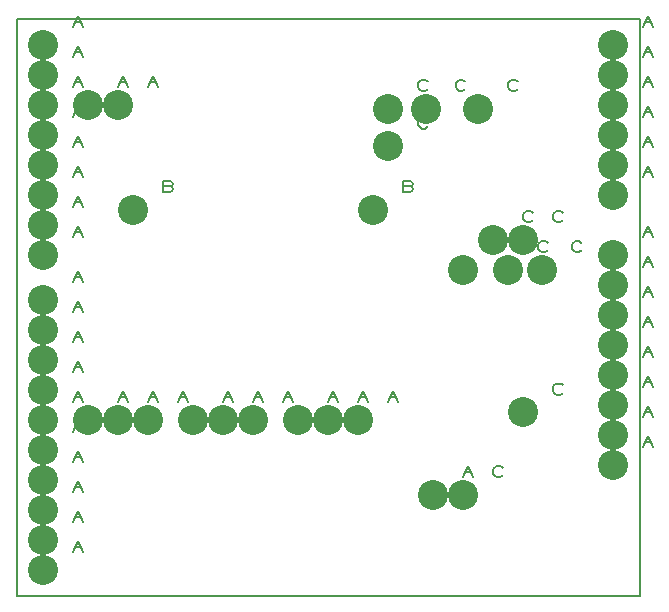
<source format=gbr>
%FSLAX23Y23*%
%MOIN*%
G04 EasyPC Gerber Version 18.0.1 Build 3581 *
%ADD11C,0.00787*%
%ADD10C,0.00800*%
%ADD80C,0.10000*%
X0Y0D02*
D02*
D10*
X417Y924D02*
X2492D01*
Y2849*
X417*
Y924*
D02*
D11*
X604Y1071D02*
X620Y1108D01*
X635Y1071*
X610Y1087D02*
X629D01*
X604Y1171D02*
X620Y1208D01*
X635Y1171*
X610Y1187D02*
X629D01*
X604Y1271D02*
X620Y1308D01*
X635Y1271*
X610Y1287D02*
X629D01*
X604Y1371D02*
X620Y1408D01*
X635Y1371*
X610Y1387D02*
X629D01*
X604Y1471D02*
X620Y1508D01*
X635Y1471*
X610Y1487D02*
X629D01*
X604Y1571D02*
X620Y1608D01*
X635Y1571*
X610Y1587D02*
X629D01*
X604Y1671D02*
X620Y1708D01*
X635Y1671*
X610Y1687D02*
X629D01*
X604Y1771D02*
X620Y1808D01*
X635Y1771*
X610Y1787D02*
X629D01*
X604Y1871D02*
X620Y1908D01*
X635Y1871*
X610Y1887D02*
X629D01*
X604Y1971D02*
X620Y2008D01*
X635Y1971*
X610Y1987D02*
X629D01*
X604Y2121D02*
X620Y2158D01*
X635Y2121*
X610Y2137D02*
X629D01*
X604Y2221D02*
X620Y2258D01*
X635Y2221*
X610Y2237D02*
X629D01*
X604Y2321D02*
X620Y2358D01*
X635Y2321*
X610Y2337D02*
X629D01*
X604Y2421D02*
X620Y2458D01*
X635Y2421*
X610Y2437D02*
X629D01*
X604Y2521D02*
X620Y2558D01*
X635Y2521*
X610Y2537D02*
X629D01*
X604Y2621D02*
X620Y2658D01*
X635Y2621*
X610Y2637D02*
X629D01*
X604Y2721D02*
X620Y2758D01*
X635Y2721*
X610Y2737D02*
X629D01*
X604Y2821D02*
X620Y2858D01*
X635Y2821*
X610Y2837D02*
X629D01*
X754Y1571D02*
X770Y1608D01*
X785Y1571*
X760Y1587D02*
X779D01*
X754Y2621D02*
X770Y2658D01*
X785Y2621*
X760Y2637D02*
X779D01*
X854Y1571D02*
X870Y1608D01*
X885Y1571*
X860Y1587D02*
X879D01*
X854Y2621D02*
X870Y2658D01*
X885Y2621*
X860Y2637D02*
X879D01*
X926Y2290D02*
X932Y2287D01*
X935Y2280*
X932Y2274*
X926Y2271*
X904*
Y2308*
X926*
X932Y2305*
X935Y2299*
X932Y2293*
X926Y2290*
X904*
X954Y1571D02*
X970Y1608D01*
X985Y1571*
X960Y1587D02*
X979D01*
X1104Y1571D02*
X1120Y1608D01*
X1135Y1571*
X1110Y1587D02*
X1129D01*
X1204Y1571D02*
X1220Y1608D01*
X1235Y1571*
X1210Y1587D02*
X1229D01*
X1304Y1571D02*
X1320Y1608D01*
X1335Y1571*
X1310Y1587D02*
X1329D01*
X1454Y1571D02*
X1470Y1608D01*
X1485Y1571*
X1460Y1587D02*
X1479D01*
X1554Y1571D02*
X1570Y1608D01*
X1585Y1571*
X1560Y1587D02*
X1579D01*
X1654Y1571D02*
X1670Y1608D01*
X1685Y1571*
X1660Y1587D02*
X1679D01*
X1726Y2290D02*
X1732Y2287D01*
X1735Y2280*
X1732Y2274*
X1726Y2271*
X1704*
Y2308*
X1726*
X1732Y2305*
X1735Y2299*
X1732Y2293*
X1726Y2290*
X1704*
X1785Y2490D02*
X1782Y2487D01*
X1776Y2483*
X1766*
X1760Y2487*
X1757Y2490*
X1754Y2496*
Y2508*
X1757Y2515*
X1760Y2518*
X1766Y2521*
X1776*
X1782Y2518*
X1785Y2515*
Y2615D02*
X1782Y2612D01*
X1776Y2608*
X1766*
X1760Y2612*
X1757Y2615*
X1754Y2621*
Y2633*
X1757Y2640*
X1760Y2643*
X1766Y2646*
X1776*
X1782Y2643*
X1785Y2640*
X1910Y2615D02*
X1907Y2612D01*
X1901Y2608*
X1891*
X1885Y2612*
X1882Y2615*
X1879Y2621*
Y2633*
X1882Y2640*
X1885Y2643*
X1891Y2646*
X1901*
X1907Y2643*
X1910Y2640*
X1904Y1321D02*
X1920Y1358D01*
X1935Y1321*
X1910Y1337D02*
X1929D01*
X2035Y1327D02*
X2032Y1324D01*
X2026Y1321*
X2017*
X2010Y1324*
X2007Y1327*
X2004Y1333*
Y1346*
X2007Y1352*
X2010Y1355*
X2017Y1358*
X2026*
X2032Y1355*
X2035Y1352*
Y2077D02*
X2032Y2074D01*
X2026Y2071*
X2017*
X2010Y2074*
X2007Y2077*
X2004Y2083*
Y2096*
X2007Y2102*
X2010Y2105*
X2017Y2108*
X2026*
X2032Y2105*
X2035Y2102*
X2085Y2615D02*
X2082Y2612D01*
X2076Y2608*
X2067*
X2060Y2612*
X2057Y2615*
X2054Y2621*
Y2633*
X2057Y2640*
X2060Y2643*
X2067Y2646*
X2076*
X2082Y2643*
X2085Y2640*
X2135Y2177D02*
X2132Y2174D01*
X2126Y2171*
X2117*
X2110Y2174*
X2107Y2177*
X2104Y2183*
Y2196*
X2107Y2202*
X2110Y2205*
X2117Y2208*
X2126*
X2132Y2205*
X2135Y2202*
X2185Y2077D02*
X2182Y2074D01*
X2176Y2071*
X2167*
X2160Y2074*
X2157Y2077*
X2154Y2083*
Y2096*
X2157Y2102*
X2160Y2105*
X2167Y2108*
X2176*
X2182Y2105*
X2185Y2102*
X2235Y1602D02*
X2232Y1599D01*
X2226Y1596*
X2217*
X2210Y1599*
X2207Y1602*
X2204Y1608*
Y1621*
X2207Y1627*
X2210Y1630*
X2217Y1633*
X2226*
X2232Y1630*
X2235Y1627*
Y2177D02*
X2232Y2174D01*
X2226Y2171*
X2217*
X2210Y2174*
X2207Y2177*
X2204Y2183*
Y2196*
X2207Y2202*
X2210Y2205*
X2217Y2208*
X2226*
X2232Y2205*
X2235Y2202*
X2298Y2077D02*
X2295Y2074D01*
X2288Y2071*
X2279*
X2273Y2074*
X2270Y2077*
X2267Y2083*
Y2096*
X2270Y2102*
X2273Y2105*
X2279Y2108*
X2288*
X2295Y2105*
X2298Y2102*
X2504Y1421D02*
X2520Y1458D01*
X2535Y1421*
X2510Y1437D02*
X2529D01*
X2504Y1521D02*
X2520Y1558D01*
X2535Y1521*
X2510Y1537D02*
X2529D01*
X2504Y1621D02*
X2520Y1658D01*
X2535Y1621*
X2510Y1637D02*
X2529D01*
X2504Y1721D02*
X2520Y1758D01*
X2535Y1721*
X2510Y1737D02*
X2529D01*
X2504Y1821D02*
X2520Y1858D01*
X2535Y1821*
X2510Y1837D02*
X2529D01*
X2504Y1921D02*
X2520Y1958D01*
X2535Y1921*
X2510Y1937D02*
X2529D01*
X2504Y2021D02*
X2520Y2058D01*
X2535Y2021*
X2510Y2037D02*
X2529D01*
X2504Y2121D02*
X2520Y2158D01*
X2535Y2121*
X2510Y2137D02*
X2529D01*
X2504Y2321D02*
X2520Y2358D01*
X2535Y2321*
X2510Y2337D02*
X2529D01*
X2504Y2421D02*
X2520Y2458D01*
X2535Y2421*
X2510Y2437D02*
X2529D01*
X2504Y2521D02*
X2520Y2558D01*
X2535Y2521*
X2510Y2537D02*
X2529D01*
X2504Y2621D02*
X2520Y2658D01*
X2535Y2621*
X2510Y2637D02*
X2529D01*
X2504Y2721D02*
X2520Y2758D01*
X2535Y2721*
X2510Y2737D02*
X2529D01*
X2504Y2821D02*
X2520Y2858D01*
X2535Y2821*
X2510Y2837D02*
X2529D01*
D02*
D80*
X504Y1012D03*
Y1112D03*
Y1212D03*
Y1312D03*
Y1412D03*
Y1512D03*
Y1612D03*
Y1712D03*
Y1812D03*
Y1912D03*
Y2062D03*
Y2162D03*
Y2262D03*
Y2362D03*
Y2462D03*
Y2562D03*
Y2662D03*
Y2762D03*
X654Y1512D03*
Y2562D03*
X754Y1512D03*
Y2562D03*
X804Y2212D03*
X854Y1512D03*
X1004D03*
X1104D03*
X1204D03*
X1354D03*
X1454D03*
X1554D03*
X1604Y2212D03*
X1654Y2424D03*
Y2549D03*
X1779D03*
X1804Y1262D03*
X1904D03*
Y2012D03*
X1954Y2549D03*
X2004Y2112D03*
X2054Y2012D03*
X2104Y1537D03*
Y2112D03*
X2167Y2012D03*
X2404Y1362D03*
Y1462D03*
Y1562D03*
Y1662D03*
Y1762D03*
Y1862D03*
Y1962D03*
Y2062D03*
Y2262D03*
Y2362D03*
Y2462D03*
Y2562D03*
Y2662D03*
Y2762D03*
X0Y0D02*
M02*

</source>
